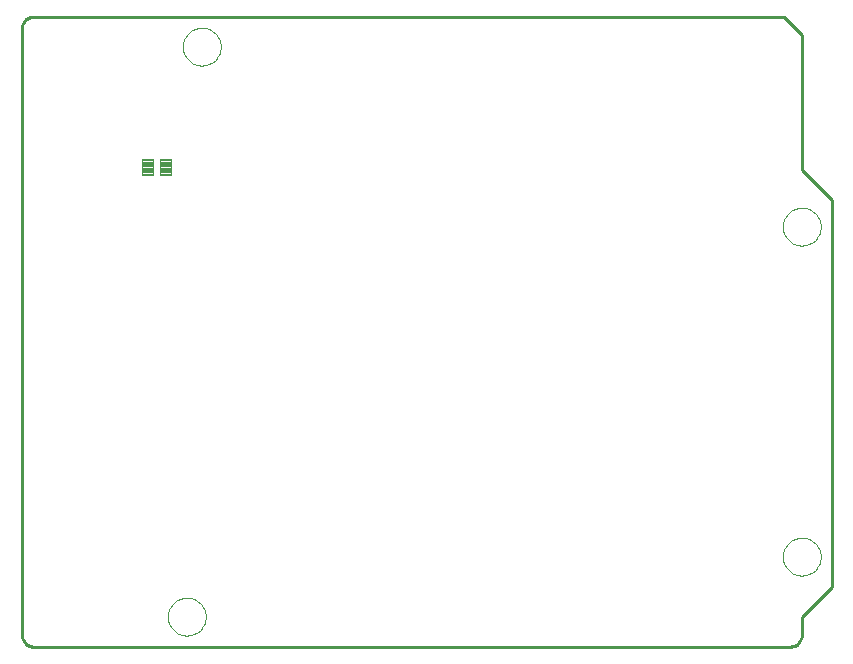
<source format=gbp>
G75*
%MOIN*%
%OFA0B0*%
%FSLAX24Y24*%
%IPPOS*%
%LPD*%
%AMOC8*
5,1,8,0,0,1.08239X$1,22.5*
%
%ADD10C,0.0100*%
%ADD11C,0.0000*%
%ADD12C,0.0041*%
D10*
X008844Y009700D02*
X034056Y009700D01*
X034095Y009702D01*
X034133Y009708D01*
X034170Y009717D01*
X034207Y009730D01*
X034242Y009747D01*
X034275Y009766D01*
X034306Y009789D01*
X034335Y009815D01*
X034361Y009844D01*
X034384Y009875D01*
X034403Y009908D01*
X034420Y009943D01*
X034433Y009980D01*
X034442Y010017D01*
X034448Y010055D01*
X034450Y010094D01*
X034450Y010700D01*
X035450Y011700D01*
X035450Y024600D01*
X034450Y025600D01*
X034450Y030100D01*
X033850Y030700D01*
X008844Y030700D01*
X008805Y030698D01*
X008767Y030692D01*
X008730Y030683D01*
X008693Y030670D01*
X008658Y030653D01*
X008625Y030634D01*
X008594Y030611D01*
X008565Y030585D01*
X008539Y030556D01*
X008516Y030525D01*
X008497Y030492D01*
X008480Y030457D01*
X008467Y030420D01*
X008458Y030383D01*
X008452Y030345D01*
X008450Y030306D01*
X008450Y010094D01*
X008452Y010055D01*
X008458Y010017D01*
X008467Y009980D01*
X008480Y009943D01*
X008497Y009908D01*
X008516Y009875D01*
X008539Y009844D01*
X008565Y009815D01*
X008594Y009789D01*
X008625Y009766D01*
X008658Y009747D01*
X008693Y009730D01*
X008730Y009717D01*
X008767Y009708D01*
X008805Y009702D01*
X008844Y009700D01*
D11*
X013320Y010700D02*
X013322Y010750D01*
X013328Y010800D01*
X013338Y010849D01*
X013352Y010897D01*
X013369Y010944D01*
X013390Y010989D01*
X013415Y011033D01*
X013443Y011074D01*
X013475Y011113D01*
X013509Y011150D01*
X013546Y011184D01*
X013586Y011214D01*
X013628Y011241D01*
X013672Y011265D01*
X013718Y011286D01*
X013765Y011302D01*
X013813Y011315D01*
X013863Y011324D01*
X013912Y011329D01*
X013963Y011330D01*
X014013Y011327D01*
X014062Y011320D01*
X014111Y011309D01*
X014159Y011294D01*
X014205Y011276D01*
X014250Y011254D01*
X014293Y011228D01*
X014334Y011199D01*
X014373Y011167D01*
X014409Y011132D01*
X014441Y011094D01*
X014471Y011054D01*
X014498Y011011D01*
X014521Y010967D01*
X014540Y010921D01*
X014556Y010873D01*
X014568Y010824D01*
X014576Y010775D01*
X014580Y010725D01*
X014580Y010675D01*
X014576Y010625D01*
X014568Y010576D01*
X014556Y010527D01*
X014540Y010479D01*
X014521Y010433D01*
X014498Y010389D01*
X014471Y010346D01*
X014441Y010306D01*
X014409Y010268D01*
X014373Y010233D01*
X014334Y010201D01*
X014293Y010172D01*
X014250Y010146D01*
X014205Y010124D01*
X014159Y010106D01*
X014111Y010091D01*
X014062Y010080D01*
X014013Y010073D01*
X013963Y010070D01*
X013912Y010071D01*
X013863Y010076D01*
X013813Y010085D01*
X013765Y010098D01*
X013718Y010114D01*
X013672Y010135D01*
X013628Y010159D01*
X013586Y010186D01*
X013546Y010216D01*
X013509Y010250D01*
X013475Y010287D01*
X013443Y010326D01*
X013415Y010367D01*
X013390Y010411D01*
X013369Y010456D01*
X013352Y010503D01*
X013338Y010551D01*
X013328Y010600D01*
X013322Y010650D01*
X013320Y010700D01*
X033820Y012700D02*
X033822Y012750D01*
X033828Y012800D01*
X033838Y012849D01*
X033852Y012897D01*
X033869Y012944D01*
X033890Y012989D01*
X033915Y013033D01*
X033943Y013074D01*
X033975Y013113D01*
X034009Y013150D01*
X034046Y013184D01*
X034086Y013214D01*
X034128Y013241D01*
X034172Y013265D01*
X034218Y013286D01*
X034265Y013302D01*
X034313Y013315D01*
X034363Y013324D01*
X034412Y013329D01*
X034463Y013330D01*
X034513Y013327D01*
X034562Y013320D01*
X034611Y013309D01*
X034659Y013294D01*
X034705Y013276D01*
X034750Y013254D01*
X034793Y013228D01*
X034834Y013199D01*
X034873Y013167D01*
X034909Y013132D01*
X034941Y013094D01*
X034971Y013054D01*
X034998Y013011D01*
X035021Y012967D01*
X035040Y012921D01*
X035056Y012873D01*
X035068Y012824D01*
X035076Y012775D01*
X035080Y012725D01*
X035080Y012675D01*
X035076Y012625D01*
X035068Y012576D01*
X035056Y012527D01*
X035040Y012479D01*
X035021Y012433D01*
X034998Y012389D01*
X034971Y012346D01*
X034941Y012306D01*
X034909Y012268D01*
X034873Y012233D01*
X034834Y012201D01*
X034793Y012172D01*
X034750Y012146D01*
X034705Y012124D01*
X034659Y012106D01*
X034611Y012091D01*
X034562Y012080D01*
X034513Y012073D01*
X034463Y012070D01*
X034412Y012071D01*
X034363Y012076D01*
X034313Y012085D01*
X034265Y012098D01*
X034218Y012114D01*
X034172Y012135D01*
X034128Y012159D01*
X034086Y012186D01*
X034046Y012216D01*
X034009Y012250D01*
X033975Y012287D01*
X033943Y012326D01*
X033915Y012367D01*
X033890Y012411D01*
X033869Y012456D01*
X033852Y012503D01*
X033838Y012551D01*
X033828Y012600D01*
X033822Y012650D01*
X033820Y012700D01*
X033820Y023700D02*
X033822Y023750D01*
X033828Y023800D01*
X033838Y023849D01*
X033852Y023897D01*
X033869Y023944D01*
X033890Y023989D01*
X033915Y024033D01*
X033943Y024074D01*
X033975Y024113D01*
X034009Y024150D01*
X034046Y024184D01*
X034086Y024214D01*
X034128Y024241D01*
X034172Y024265D01*
X034218Y024286D01*
X034265Y024302D01*
X034313Y024315D01*
X034363Y024324D01*
X034412Y024329D01*
X034463Y024330D01*
X034513Y024327D01*
X034562Y024320D01*
X034611Y024309D01*
X034659Y024294D01*
X034705Y024276D01*
X034750Y024254D01*
X034793Y024228D01*
X034834Y024199D01*
X034873Y024167D01*
X034909Y024132D01*
X034941Y024094D01*
X034971Y024054D01*
X034998Y024011D01*
X035021Y023967D01*
X035040Y023921D01*
X035056Y023873D01*
X035068Y023824D01*
X035076Y023775D01*
X035080Y023725D01*
X035080Y023675D01*
X035076Y023625D01*
X035068Y023576D01*
X035056Y023527D01*
X035040Y023479D01*
X035021Y023433D01*
X034998Y023389D01*
X034971Y023346D01*
X034941Y023306D01*
X034909Y023268D01*
X034873Y023233D01*
X034834Y023201D01*
X034793Y023172D01*
X034750Y023146D01*
X034705Y023124D01*
X034659Y023106D01*
X034611Y023091D01*
X034562Y023080D01*
X034513Y023073D01*
X034463Y023070D01*
X034412Y023071D01*
X034363Y023076D01*
X034313Y023085D01*
X034265Y023098D01*
X034218Y023114D01*
X034172Y023135D01*
X034128Y023159D01*
X034086Y023186D01*
X034046Y023216D01*
X034009Y023250D01*
X033975Y023287D01*
X033943Y023326D01*
X033915Y023367D01*
X033890Y023411D01*
X033869Y023456D01*
X033852Y023503D01*
X033838Y023551D01*
X033828Y023600D01*
X033822Y023650D01*
X033820Y023700D01*
X013820Y029700D02*
X013822Y029750D01*
X013828Y029800D01*
X013838Y029849D01*
X013852Y029897D01*
X013869Y029944D01*
X013890Y029989D01*
X013915Y030033D01*
X013943Y030074D01*
X013975Y030113D01*
X014009Y030150D01*
X014046Y030184D01*
X014086Y030214D01*
X014128Y030241D01*
X014172Y030265D01*
X014218Y030286D01*
X014265Y030302D01*
X014313Y030315D01*
X014363Y030324D01*
X014412Y030329D01*
X014463Y030330D01*
X014513Y030327D01*
X014562Y030320D01*
X014611Y030309D01*
X014659Y030294D01*
X014705Y030276D01*
X014750Y030254D01*
X014793Y030228D01*
X014834Y030199D01*
X014873Y030167D01*
X014909Y030132D01*
X014941Y030094D01*
X014971Y030054D01*
X014998Y030011D01*
X015021Y029967D01*
X015040Y029921D01*
X015056Y029873D01*
X015068Y029824D01*
X015076Y029775D01*
X015080Y029725D01*
X015080Y029675D01*
X015076Y029625D01*
X015068Y029576D01*
X015056Y029527D01*
X015040Y029479D01*
X015021Y029433D01*
X014998Y029389D01*
X014971Y029346D01*
X014941Y029306D01*
X014909Y029268D01*
X014873Y029233D01*
X014834Y029201D01*
X014793Y029172D01*
X014750Y029146D01*
X014705Y029124D01*
X014659Y029106D01*
X014611Y029091D01*
X014562Y029080D01*
X014513Y029073D01*
X014463Y029070D01*
X014412Y029071D01*
X014363Y029076D01*
X014313Y029085D01*
X014265Y029098D01*
X014218Y029114D01*
X014172Y029135D01*
X014128Y029159D01*
X014086Y029186D01*
X014046Y029216D01*
X014009Y029250D01*
X013975Y029287D01*
X013943Y029326D01*
X013915Y029367D01*
X013890Y029411D01*
X013869Y029456D01*
X013852Y029503D01*
X013838Y029551D01*
X013828Y029600D01*
X013822Y029650D01*
X013820Y029700D01*
D12*
X013437Y025972D02*
X013063Y025972D01*
X013437Y025972D02*
X013437Y025428D01*
X013063Y025428D01*
X013063Y025972D01*
X013063Y025468D02*
X013437Y025468D01*
X013437Y025508D02*
X013063Y025508D01*
X013063Y025548D02*
X013437Y025548D01*
X013437Y025588D02*
X013063Y025588D01*
X013063Y025628D02*
X013437Y025628D01*
X013437Y025668D02*
X013063Y025668D01*
X013063Y025708D02*
X013437Y025708D01*
X013437Y025748D02*
X013063Y025748D01*
X013063Y025788D02*
X013437Y025788D01*
X013437Y025828D02*
X013063Y025828D01*
X013063Y025868D02*
X013437Y025868D01*
X013437Y025908D02*
X013063Y025908D01*
X013063Y025948D02*
X013437Y025948D01*
X012837Y025972D02*
X012463Y025972D01*
X012837Y025972D02*
X012837Y025428D01*
X012463Y025428D01*
X012463Y025972D01*
X012463Y025468D02*
X012837Y025468D01*
X012837Y025508D02*
X012463Y025508D01*
X012463Y025548D02*
X012837Y025548D01*
X012837Y025588D02*
X012463Y025588D01*
X012463Y025628D02*
X012837Y025628D01*
X012837Y025668D02*
X012463Y025668D01*
X012463Y025708D02*
X012837Y025708D01*
X012837Y025748D02*
X012463Y025748D01*
X012463Y025788D02*
X012837Y025788D01*
X012837Y025828D02*
X012463Y025828D01*
X012463Y025868D02*
X012837Y025868D01*
X012837Y025908D02*
X012463Y025908D01*
X012463Y025948D02*
X012837Y025948D01*
M02*

</source>
